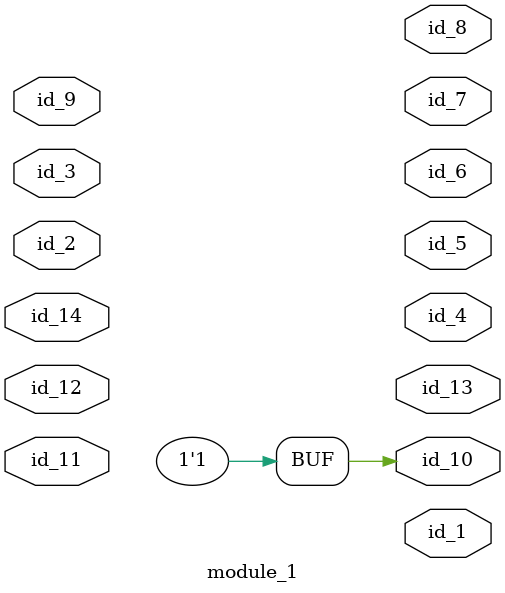
<source format=v>
module module_0;
endmodule
module module_1 (
    id_1,
    id_2,
    id_3,
    id_4,
    id_5,
    id_6,
    id_7,
    id_8,
    id_9,
    id_10,
    id_11,
    id_12,
    id_13,
    id_14
);
  inout wire id_14;
  output wire id_13;
  inout wire id_12;
  inout wire id_11;
  output wire id_10;
  input wire id_9;
  output wire id_8;
  output wire id_7;
  output wire id_6;
  output wire id_5;
  output wire id_4;
  inout wire id_3;
  input wire id_2;
  output wire id_1;
  initial begin : LABEL_0
    id_10 = 1;
  end
  module_0 modCall_1 ();
  wire id_15;
endmodule

</source>
